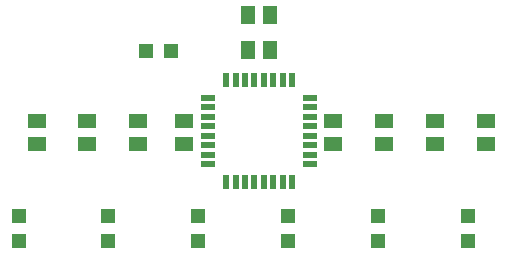
<source format=gtp>
G75*
%MOIN*%
%OFA0B0*%
%FSLAX25Y25*%
%IPPOS*%
%LPD*%
%AMOC8*
5,1,8,0,0,1.08239X$1,22.5*
%
%ADD10R,0.05000X0.02200*%
%ADD11R,0.02200X0.05000*%
%ADD12R,0.05118X0.06299*%
%ADD13R,0.06299X0.05118*%
%ADD14R,0.05118X0.05906*%
%ADD15R,0.04724X0.04724*%
D10*
X0082430Y0034559D03*
X0082430Y0037708D03*
X0082430Y0040858D03*
X0082430Y0044008D03*
X0082430Y0047157D03*
X0082430Y0050307D03*
X0082430Y0053456D03*
X0082430Y0056606D03*
X0116230Y0056606D03*
X0116230Y0053456D03*
X0116230Y0050307D03*
X0116230Y0047157D03*
X0116230Y0044008D03*
X0116230Y0040858D03*
X0116230Y0037708D03*
X0116230Y0034559D03*
D11*
X0110353Y0028682D03*
X0107204Y0028682D03*
X0104054Y0028682D03*
X0100904Y0028682D03*
X0097755Y0028682D03*
X0094605Y0028682D03*
X0091456Y0028682D03*
X0088306Y0028682D03*
X0088306Y0062482D03*
X0091456Y0062482D03*
X0094605Y0062482D03*
X0097755Y0062482D03*
X0100904Y0062482D03*
X0104054Y0062482D03*
X0107204Y0062482D03*
X0110353Y0062482D03*
D12*
X0103070Y0084082D03*
X0095589Y0084082D03*
D13*
X0074330Y0048823D03*
X0074330Y0041342D03*
X0058830Y0041342D03*
X0058830Y0048823D03*
X0041830Y0048823D03*
X0041830Y0041342D03*
X0025330Y0041342D03*
X0025330Y0048823D03*
X0123830Y0048823D03*
X0123830Y0041342D03*
X0140830Y0041342D03*
X0140830Y0048823D03*
X0157830Y0048823D03*
X0157830Y0041342D03*
X0174830Y0041342D03*
X0174830Y0048823D03*
D14*
X0103070Y0072582D03*
X0095589Y0072582D03*
D15*
X0019330Y0008949D03*
X0019330Y0017216D03*
X0048830Y0017216D03*
X0048830Y0008949D03*
X0078830Y0008949D03*
X0078830Y0017216D03*
X0108830Y0017216D03*
X0108830Y0008949D03*
X0138830Y0008949D03*
X0138830Y0017216D03*
X0168830Y0017216D03*
X0168830Y0008949D03*
X0069963Y0072082D03*
X0061696Y0072082D03*
M02*

</source>
